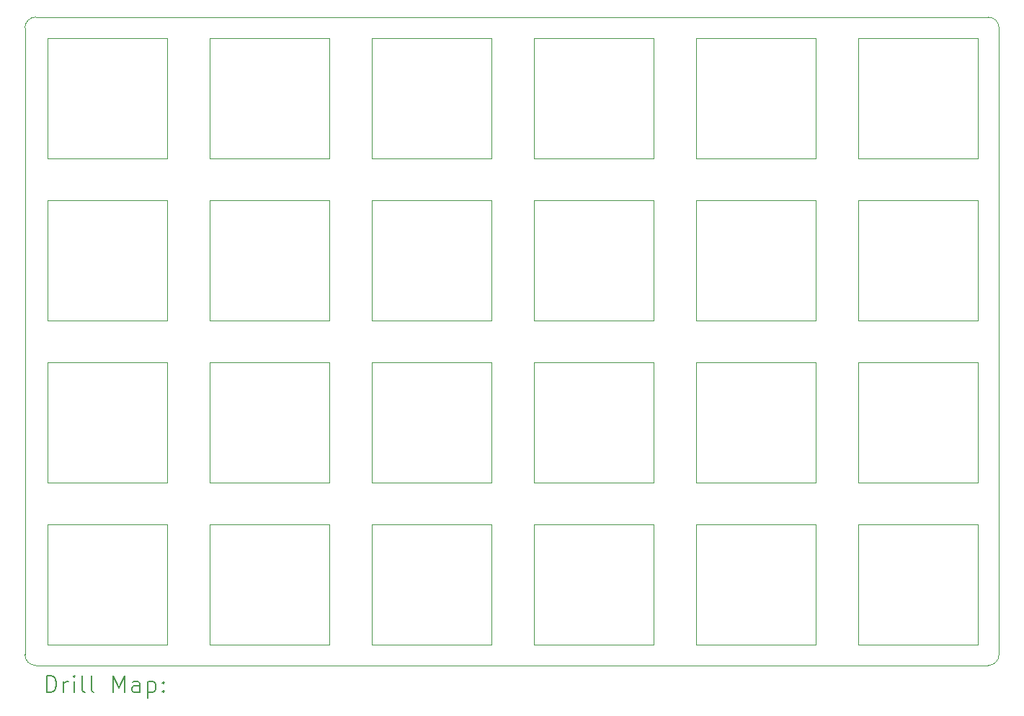
<source format=gbr>
%TF.GenerationSoftware,KiCad,Pcbnew,7.0.5*%
%TF.CreationDate,2024-08-04T00:23:37+08:00*%
%TF.ProjectId,TPS,5450532e-6b69-4636-9164-5f7063625858,rev?*%
%TF.SameCoordinates,Original*%
%TF.FileFunction,Drillmap*%
%TF.FilePolarity,Positive*%
%FSLAX45Y45*%
G04 Gerber Fmt 4.5, Leading zero omitted, Abs format (unit mm)*
G04 Created by KiCad (PCBNEW 7.0.5) date 2024-08-04 00:23:37*
%MOMM*%
%LPD*%
G01*
G04 APERTURE LIST*
%ADD10C,0.120000*%
%ADD11C,0.200000*%
G04 APERTURE END LIST*
D10*
X14775000Y-6957500D02*
X16185000Y-6957500D01*
X16185000Y-8367500D01*
X14775000Y-8367500D01*
X14775000Y-6957500D01*
X12870000Y-5052500D02*
X14280000Y-5052500D01*
X14280000Y-6462500D01*
X12870000Y-6462500D01*
X12870000Y-5052500D01*
X14775000Y-8862500D02*
X16185000Y-8862500D01*
X16185000Y-10272500D01*
X14775000Y-10272500D01*
X14775000Y-8862500D01*
X16680000Y-6957500D02*
X18090000Y-6957500D01*
X18090000Y-8367500D01*
X16680000Y-8367500D01*
X16680000Y-6957500D01*
X16680000Y-5052500D02*
X18090000Y-5052500D01*
X18090000Y-6462500D01*
X16680000Y-6462500D01*
X16680000Y-5052500D01*
X9060000Y-8862500D02*
X10470000Y-8862500D01*
X10470000Y-10272500D01*
X9060000Y-10272500D01*
X9060000Y-8862500D01*
X18585000Y-8862500D02*
X19995000Y-8862500D01*
X19995000Y-10272500D01*
X18585000Y-10272500D01*
X18585000Y-8862500D01*
X18585000Y-3147500D02*
X19995000Y-3147500D01*
X19995000Y-4557500D01*
X18585000Y-4557500D01*
X18585000Y-3147500D01*
X12870000Y-3147500D02*
X14280000Y-3147500D01*
X14280000Y-4557500D01*
X12870000Y-4557500D01*
X12870000Y-3147500D01*
X12870000Y-8862500D02*
X14280000Y-8862500D01*
X14280000Y-10272500D01*
X12870000Y-10272500D01*
X12870000Y-8862500D01*
X14775000Y-3147500D02*
X16185000Y-3147500D01*
X16185000Y-4557500D01*
X14775000Y-4557500D01*
X14775000Y-3147500D01*
X16680000Y-3147500D02*
X18090000Y-3147500D01*
X18090000Y-4557500D01*
X16680000Y-4557500D01*
X16680000Y-3147500D01*
X10965000Y-3147500D02*
X12375000Y-3147500D01*
X12375000Y-4557500D01*
X10965000Y-4557500D01*
X10965000Y-3147500D01*
X9060000Y-6957500D02*
X10470000Y-6957500D01*
X10470000Y-8367500D01*
X9060000Y-8367500D01*
X9060000Y-6957500D01*
X20115500Y-2900000D02*
X8924500Y-2900000D01*
X8797500Y-10393000D02*
G75*
G03*
X8924500Y-10520000I127000J0D01*
G01*
X14775000Y-5052500D02*
X16185000Y-5052500D01*
X16185000Y-6462500D01*
X14775000Y-6462500D01*
X14775000Y-5052500D01*
X18585000Y-5052500D02*
X19995000Y-5052500D01*
X19995000Y-6462500D01*
X18585000Y-6462500D01*
X18585000Y-5052500D01*
X12870000Y-6957500D02*
X14280000Y-6957500D01*
X14280000Y-8367500D01*
X12870000Y-8367500D01*
X12870000Y-6957500D01*
X9060000Y-3147500D02*
X10470000Y-3147500D01*
X10470000Y-4557500D01*
X9060000Y-4557500D01*
X9060000Y-3147500D01*
X8924500Y-2900000D02*
G75*
G03*
X8797500Y-3027000I0J-127000D01*
G01*
X20242500Y-10393000D02*
X20242500Y-3027000D01*
X20115500Y-10520000D02*
X8924500Y-10520000D01*
X8797500Y-3027000D02*
X8797500Y-10393000D01*
X20115500Y-10520000D02*
G75*
G03*
X20242500Y-10393000I0J127000D01*
G01*
X10965000Y-5052500D02*
X12375000Y-5052500D01*
X12375000Y-6462500D01*
X10965000Y-6462500D01*
X10965000Y-5052500D01*
X16680000Y-8862500D02*
X18090000Y-8862500D01*
X18090000Y-10272500D01*
X16680000Y-10272500D01*
X16680000Y-8862500D01*
X20242500Y-3027000D02*
G75*
G03*
X20115500Y-2900000I-127000J0D01*
G01*
X18585000Y-6957500D02*
X19995000Y-6957500D01*
X19995000Y-8367500D01*
X18585000Y-8367500D01*
X18585000Y-6957500D01*
X10965000Y-6957500D02*
X12375000Y-6957500D01*
X12375000Y-8367500D01*
X10965000Y-8367500D01*
X10965000Y-6957500D01*
X9060000Y-5052500D02*
X10470000Y-5052500D01*
X10470000Y-6462500D01*
X9060000Y-6462500D01*
X9060000Y-5052500D01*
X10965000Y-8862500D02*
X12375000Y-8862500D01*
X12375000Y-10272500D01*
X10965000Y-10272500D01*
X10965000Y-8862500D01*
D11*
X9052277Y-10837484D02*
X9052277Y-10637484D01*
X9052277Y-10637484D02*
X9099896Y-10637484D01*
X9099896Y-10637484D02*
X9128467Y-10647008D01*
X9128467Y-10647008D02*
X9147515Y-10666055D01*
X9147515Y-10666055D02*
X9157039Y-10685103D01*
X9157039Y-10685103D02*
X9166563Y-10723198D01*
X9166563Y-10723198D02*
X9166563Y-10751770D01*
X9166563Y-10751770D02*
X9157039Y-10789865D01*
X9157039Y-10789865D02*
X9147515Y-10808912D01*
X9147515Y-10808912D02*
X9128467Y-10827960D01*
X9128467Y-10827960D02*
X9099896Y-10837484D01*
X9099896Y-10837484D02*
X9052277Y-10837484D01*
X9252277Y-10837484D02*
X9252277Y-10704150D01*
X9252277Y-10742246D02*
X9261801Y-10723198D01*
X9261801Y-10723198D02*
X9271324Y-10713674D01*
X9271324Y-10713674D02*
X9290372Y-10704150D01*
X9290372Y-10704150D02*
X9309420Y-10704150D01*
X9376086Y-10837484D02*
X9376086Y-10704150D01*
X9376086Y-10637484D02*
X9366563Y-10647008D01*
X9366563Y-10647008D02*
X9376086Y-10656531D01*
X9376086Y-10656531D02*
X9385610Y-10647008D01*
X9385610Y-10647008D02*
X9376086Y-10637484D01*
X9376086Y-10637484D02*
X9376086Y-10656531D01*
X9499896Y-10837484D02*
X9480848Y-10827960D01*
X9480848Y-10827960D02*
X9471324Y-10808912D01*
X9471324Y-10808912D02*
X9471324Y-10637484D01*
X9604658Y-10837484D02*
X9585610Y-10827960D01*
X9585610Y-10827960D02*
X9576086Y-10808912D01*
X9576086Y-10808912D02*
X9576086Y-10637484D01*
X9833229Y-10837484D02*
X9833229Y-10637484D01*
X9833229Y-10637484D02*
X9899896Y-10780341D01*
X9899896Y-10780341D02*
X9966563Y-10637484D01*
X9966563Y-10637484D02*
X9966563Y-10837484D01*
X10147515Y-10837484D02*
X10147515Y-10732722D01*
X10147515Y-10732722D02*
X10137991Y-10713674D01*
X10137991Y-10713674D02*
X10118944Y-10704150D01*
X10118944Y-10704150D02*
X10080848Y-10704150D01*
X10080848Y-10704150D02*
X10061801Y-10713674D01*
X10147515Y-10827960D02*
X10128467Y-10837484D01*
X10128467Y-10837484D02*
X10080848Y-10837484D01*
X10080848Y-10837484D02*
X10061801Y-10827960D01*
X10061801Y-10827960D02*
X10052277Y-10808912D01*
X10052277Y-10808912D02*
X10052277Y-10789865D01*
X10052277Y-10789865D02*
X10061801Y-10770817D01*
X10061801Y-10770817D02*
X10080848Y-10761293D01*
X10080848Y-10761293D02*
X10128467Y-10761293D01*
X10128467Y-10761293D02*
X10147515Y-10751770D01*
X10242753Y-10704150D02*
X10242753Y-10904150D01*
X10242753Y-10713674D02*
X10261801Y-10704150D01*
X10261801Y-10704150D02*
X10299896Y-10704150D01*
X10299896Y-10704150D02*
X10318944Y-10713674D01*
X10318944Y-10713674D02*
X10328467Y-10723198D01*
X10328467Y-10723198D02*
X10337991Y-10742246D01*
X10337991Y-10742246D02*
X10337991Y-10799389D01*
X10337991Y-10799389D02*
X10328467Y-10818436D01*
X10328467Y-10818436D02*
X10318944Y-10827960D01*
X10318944Y-10827960D02*
X10299896Y-10837484D01*
X10299896Y-10837484D02*
X10261801Y-10837484D01*
X10261801Y-10837484D02*
X10242753Y-10827960D01*
X10423705Y-10818436D02*
X10433229Y-10827960D01*
X10433229Y-10827960D02*
X10423705Y-10837484D01*
X10423705Y-10837484D02*
X10414182Y-10827960D01*
X10414182Y-10827960D02*
X10423705Y-10818436D01*
X10423705Y-10818436D02*
X10423705Y-10837484D01*
X10423705Y-10713674D02*
X10433229Y-10723198D01*
X10433229Y-10723198D02*
X10423705Y-10732722D01*
X10423705Y-10732722D02*
X10414182Y-10723198D01*
X10414182Y-10723198D02*
X10423705Y-10713674D01*
X10423705Y-10713674D02*
X10423705Y-10732722D01*
M02*

</source>
